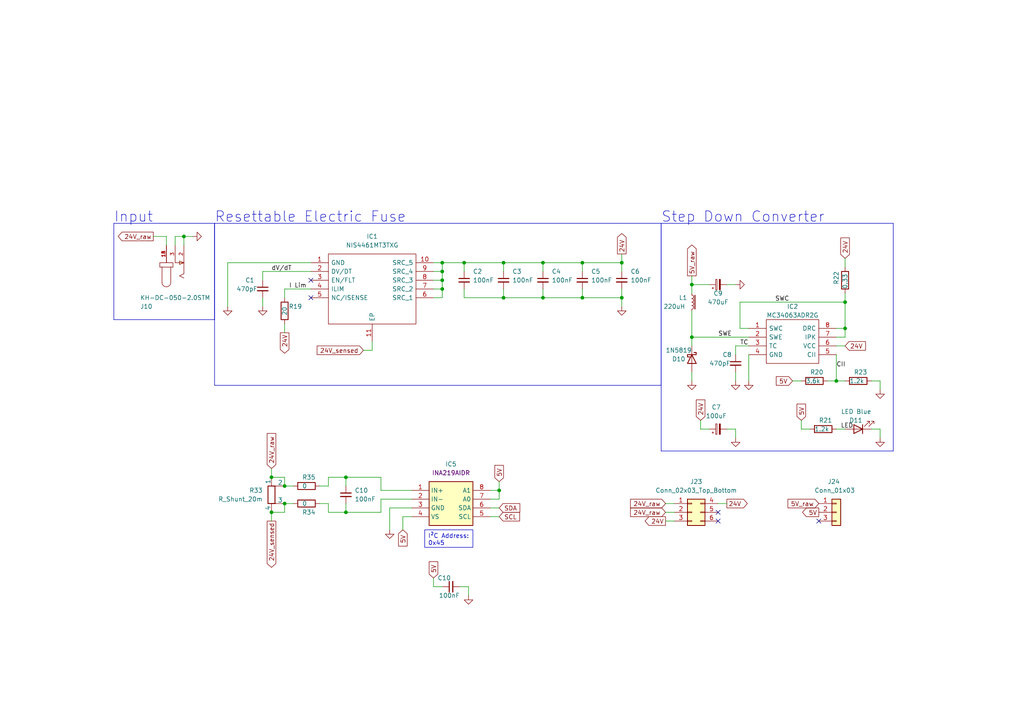
<source format=kicad_sch>
(kicad_sch (version 20230121) (generator eeschema)
  (paper "A4")
  (title_block (title "Plant Watering") (date "2022-08-29") (rev "1") (company "All in one device for plant irrigation") (comment 1 "Reading moisture, processing data, including weather, switching of solenoid valves") (comment 2 "5 A peak current, max. 1 s") (comment 3 "24 V input voltage"))
  (lib_symbols
    (symbol "Connector_Generic:Conn_01x03" (pin_names (offset 1.016) hide)
      (property "Reference" "J" (at 0 5.08 0))
      (property "Value" "Conn_01x03" (at 0 -5.08 0))
      (symbol "Conn_01x03_1_1"
        (rectangle (start -1.27 -2.413) (end 0 -2.667) (stroke (width 0.1524)))
        (rectangle (start -1.27 0.127) (end 0 -0.127) (stroke (width 0.1524)))
        (rectangle (start -1.27 2.667) (end 0 2.413) (stroke (width 0.1524)))
        (rectangle (start -1.27 3.81) (end 1.27 -3.81) (stroke (width 0.254)) (fill (type background)))
        (pin passive line (at -5.08 2.54 0) (length 3.81) (name "Pin_1") (number "1"))
        (pin passive line (at -5.08 0 0) (length 3.81) (name "Pin_2") (number "2"))
        (pin passive line (at -5.08 -2.54 0) (length 3.81) (name "Pin_3") (number "3"))
      )
    )
    (symbol "Connector_Generic:Conn_02x03_Top_Bottom" (pin_names (offset 1.016) hide)
      (property "Reference" "J" (at 1.27 5.08 0))
      (property "Value" "Conn_02x03_Top_Bottom" (at 1.27 -5.08 0))
      (symbol "Conn_02x03_Top_Bottom_1_1"
        (rectangle (start -1.27 -2.413) (end 0 -2.667) (stroke (width 0.1524)))
        (rectangle (start -1.27 0.127) (end 0 -0.127) (stroke (width 0.1524)))
        (rectangle (start -1.27 2.667) (end 0 2.413) (stroke (width 0.1524)))
        (rectangle (start -1.27 3.81) (end 3.81 -3.81) (stroke (width 0.254)) (fill (type background)))
        (rectangle (start 3.81 -2.413) (end 2.54 -2.667) (stroke (width 0.1524)))
        (rectangle (start 3.81 0.127) (end 2.54 -0.127) (stroke (width 0.1524)))
        (rectangle (start 3.81 2.667) (end 2.54 2.413) (stroke (width 0.1524)))
        (pin passive line (at -5.08 2.54 0) (length 3.81) (name "Pin_1") (number "1"))
        (pin passive line (at -5.08 0 0) (length 3.81) (name "Pin_2") (number "2"))
        (pin passive line (at -5.08 -2.54 0) (length 3.81) (name "Pin_3") (number "3"))
        (pin passive line (at 7.62 2.54 180) (length 3.81) (name "Pin_4") (number "4"))
        (pin passive line (at 7.62 0 180) (length 3.81) (name "Pin_5") (number "5"))
        (pin passive line (at 7.62 -2.54 180) (length 3.81) (name "Pin_6") (number "6"))
      )
    )
    (symbol "Device:C_Polarized_Small" (pin_numbers hide) (pin_names (offset 0.254) hide)
      (property "Reference" "C" (at 0.254 1.778 0))
      (property "Value" "C_Polarized_Small" (at 0.254 -2.032 0))
      (symbol "C_Polarized_Small_0_1"
        (rectangle (start -1.524 -0.3048) (end 1.524 -0.6858) (fill (type outline)))
        (rectangle (start -1.524 0.6858) (end 1.524 0.3048))
        (polyline (pts (xy -1.27 1.524) (xy -0.762 1.524)))
        (polyline (pts (xy -1.016 1.27) (xy -1.016 1.778)))
      )
      (symbol "C_Polarized_Small_1_1"
        (pin passive line (at 0 2.54 270) (length 1.8542) (name "~") (number "1"))
        (pin passive line (at 0 -2.54 90) (length 1.8542) (name "~") (number "2"))
      )
    )
    (symbol "Device:C_Small" (pin_numbers hide) (pin_names (offset 0.254) hide)
      (property "Reference" "C" (at 0.254 1.778 0))
      (property "Value" "C_Small" (at 0.254 -2.032 0))
      (symbol "C_Small_0_1"
        (polyline (pts (xy -1.524 -0.508) (xy 1.524 -0.508)) (stroke (width 0.3302)))
        (polyline (pts (xy -1.524 0.508) (xy 1.524 0.508)) (stroke (width 0.3048)))
      )
      (symbol "C_Small_1_1"
        (pin passive line (at 0 2.54 270) (length 2.032) (name "~") (number "1"))
        (pin passive line (at 0 -2.54 90) (length 2.032) (name "~") (number "2"))
      )
    )
    (symbol "Device:D_Schottky" (pin_numbers hide) (pin_names (offset 1.016) hide)
      (property "Reference" "D" (at 0 2.54 0))
      (property "Value" "D_Schottky" (at 0 -2.54 0))
      (symbol "D_Schottky_0_1"
        (polyline (pts (xy 1.27 0) (xy -1.27 0)))
        (polyline (pts (xy 1.27 1.27) (xy 1.27 -1.27) (xy -1.27 0) (xy 1.27 1.27)) (stroke (width 0.254)))
        (polyline (pts (xy -1.905 0.635) (xy -1.905 1.27) (xy -1.27 1.27) (xy -1.27 -1.27) (xy -0.635 -1.27) (xy -0.635 -0.635)) (stroke (width 0.254)))
      )
      (symbol "D_Schottky_1_1"
        (pin passive line (at -3.81 0 0) (length 2.54) (name "K") (number "1"))
        (pin passive line (at 3.81 0 180) (length 2.54) (name "A") (number "2"))
      )
    )
    (symbol "Device:LED" (pin_numbers hide) (pin_names (offset 1.016) hide)
      (property "Reference" "D" (at 0 2.54 0))
      (property "Value" "LED" (at 0 -2.54 0))
      (symbol "LED_0_1"
        (polyline (pts (xy -1.27 -1.27) (xy -1.27 1.27)) (stroke (width 0.254)))
        (polyline (pts (xy -1.27 0) (xy 1.27 0)))
        (polyline (pts (xy 1.27 -1.27) (xy 1.27 1.27) (xy -1.27 0) (xy 1.27 -1.27)) (stroke (width 0.254)))
        (polyline (pts (xy -3.048 -0.762) (xy -4.572 -2.286) (xy -3.81 -2.286) (xy -4.572 -2.286) (xy -4.572 -1.524)))
        (polyline (pts (xy -1.778 -0.762) (xy -3.302 -2.286) (xy -2.54 -2.286) (xy -3.302 -2.286) (xy -3.302 -1.524)))
      )
      (symbol "LED_1_1"
        (pin passive line (at -3.81 0 0) (length 2.54) (name "K") (number "1"))
        (pin passive line (at 3.81 0 180) (length 2.54) (name "A") (number "2"))
      )
    )
    (symbol "Device:L_Iron_Small" (pin_numbers hide) (pin_names (offset 0.254) hide)
      (property "Reference" "L" (at 1.27 1.016 0))
      (property "Value" "L_Iron_Small" (at 1.27 -1.27 0))
      (symbol "L_Iron_Small_0_1"
        (arc (start 0 -2.032) (mid 0.5058 -1.524) (end 0 -1.016))
        (arc (start 0 -1.016) (mid 0.5058 -0.508) (end 0 0))
        (polyline (pts (xy 0.762 2.032) (xy 0.762 -2.032)))
        (polyline (pts (xy 1.016 -2.032) (xy 1.016 2.032)))
        (arc (start 0 0) (mid 0.5058 0.508) (end 0 1.016))
        (arc (start 0 1.016) (mid 0.5058 1.524) (end 0 2.032))
      )
      (symbol "L_Iron_Small_1_1"
        (pin passive line (at 0 2.54 270) (length 0.508) (name "~") (number "1"))
        (pin passive line (at 0 -2.54 90) (length 0.508) (name "~") (number "2"))
      )
    )
    (symbol "Device:R" (pin_numbers hide) (pin_names (offset 0))
      (property "Reference" "R" (at 2.032 0 90))
      (property "Value" "R" (at 0 0 90))
      (symbol "R_0_1"
        (rectangle (start -1.016 -2.54) (end 1.016 2.54) (stroke (width 0.254)))
      )
      (symbol "R_1_1"
        (pin passive line (at 0 3.81 270) (length 1.27) (name "~") (number "1"))
        (pin passive line (at 0 -3.81 90) (length 1.27) (name "~") (number "2"))
      )
    )
    (symbol "Device:R_Shunt" (pin_numbers hide) (pin_names (offset 0))
      (property "Reference" "R" (at -4.445 0 90))
      (property "Value" "R_Shunt" (at -2.54 0 90))
      (symbol "R_Shunt_0_1"
        (rectangle (start -1.016 -2.54) (end 1.016 2.54) (stroke (width 0.254)))
        (polyline (pts (xy 0 -2.54) (xy 1.27 -2.54)))
        (polyline (pts (xy 1.27 2.54) (xy 0 2.54)))
      )
      (symbol "R_Shunt_1_1"
        (pin passive line (at 0 5.08 270) (length 2.54) (name "1") (number "1"))
        (pin passive line (at 3.81 2.54 180) (length 2.54) (name "2") (number "2"))
        (pin passive line (at 3.81 -2.54 180) (length 2.54) (name "3") (number "3"))
        (pin passive line (at 0 -5.08 90) (length 2.54) (name "4") (number "4"))
      )
    )
    (symbol "PJ-002BH-SMT-TR:PJ-002BH-SMT-TR" (pin_names (offset 1.016) hide)
      (property "Reference" "J" (at -7.62 5.08 0))
      (property "Value" "PJ-002BH-SMT-TR" (at -7.62 -5.08 0))
      (symbol "PJ-002BH-SMT-TR_0_0"
        (arc (start -5.715 3.81) (mid -6.9795 2.54) (end -5.715 1.27) (stroke (width 0.1524)))
        (polyline (pts (xy -5.715 3.81) (xy -1.27 3.81)) (stroke (width 0.1524)))
        (polyline (pts (xy -3.81 -1.27) (xy -4.445 -2.54)) (stroke (width 0.1524)))
        (polyline (pts (xy -3.175 -2.54) (xy -3.81 -1.27)) (stroke (width 0.1524)))
        (polyline (pts (xy -1.27 0.635) (xy 0 0.635)) (stroke (width 0.1524)))
        (polyline (pts (xy -1.27 1.27) (xy -5.715 1.27)) (stroke (width 0.1524)))
        (polyline (pts (xy -1.27 1.27) (xy -1.27 0.635)) (stroke (width 0.1524)))
        (polyline (pts (xy -1.27 3.81) (xy -1.27 1.27)) (stroke (width 0.1524)))
        (polyline (pts (xy -1.27 4.445) (xy -1.27 3.81)) (stroke (width 0.1524)))
        (polyline (pts (xy 0 -2.54) (xy -3.175 -2.54)) (stroke (width 0.1524)))
        (polyline (pts (xy 0 0) (xy 0 -2.54)) (stroke (width 0.1524)))
        (polyline (pts (xy 0 0.635) (xy 0 4.445)) (stroke (width 0.1524)))
        (polyline (pts (xy 0 4.445) (xy -1.27 4.445)) (stroke (width 0.1524)))
        (polyline (pts (xy 0 -2.54) (xy -0.508 -1.27) (xy 0.508 -1.27) (xy 0 -2.54)) (stroke (width 0.1524)) (fill (type background)))
        (pin passive line (at 5.08 2.54 180) (length 5.08) (name "~") (number "1A"))
        (pin passive line (at 5.08 2.54 180) (length 5.08) (name "~") (number "1B"))
        (pin passive line (at 5.08 -2.54 180) (length 5.08) (name "~") (number "2"))
        (pin passive line (at 5.08 0 180) (length 5.08) (name "~") (number "3"))
      )
    )
    (symbol "SamacSys_Parts:INA219AIDR"
      (property "Reference" "IC" (at -11.43 3.81 0))
      (property "Value" "INA219AIDR" (at 0 8.89 0))
      (property "Reference_1" "IC" (at -5.08 -7.62 0))
      (property "Value_1" "INA219AIDR" (at -5.08 -10.16 0))
      (symbol "INA219AIDR_1_1"
        (rectangle (start -6.35 6.35) (end 6.35 -6.35) (stroke (width 0.254)) (fill (type background)))
        (pin passive line (at -11.43 3.81 0) (length 5.08) (name "IN+") (number "1"))
        (pin passive line (at -11.43 1.27 0) (length 5.08) (name "IN-") (number "2"))
        (pin passive line (at -11.43 -1.27 0) (length 5.08) (name "GND") (number "3"))
        (pin passive line (at -11.43 -3.81 0) (length 5.08) (name "VS") (number "4"))
        (pin passive line (at 11.43 -3.81 180) (length 5.08) (name "SCL") (number "5"))
        (pin passive line (at 11.43 -1.27 180) (length 5.08) (name "SDA") (number "6"))
        (pin passive line (at 11.43 1.27 180) (length 5.08) (name "A0") (number "7"))
        (pin passive line (at 11.43 3.81 180) (length 5.08) (name "A1") (number "8"))
      )
    )
    (symbol "SamacSys_Parts:MC34063ACD-TR" (pin_names (offset 0.762))
      (property "Reference" "IC" (at 21.59 7.62 0))
      (property "Value" "MC34063ACD-TR" (at 21.59 5.08 0))
      (symbol "MC34063ACD-TR_0_0"
        (pin passive line (at 0 0 0) (length 5.08) (name "SWC") (number "1"))
        (pin passive line (at 0 -2.54 0) (length 5.08) (name "SWE") (number "2"))
        (pin passive line (at 0 -5.08 0) (length 5.08) (name "TC") (number "3"))
        (pin passive line (at 0 -7.62 0) (length 5.08) (name "GND") (number "4"))
        (pin passive line (at 25.4 -7.62 180) (length 5.08) (name "CII") (number "5"))
        (pin passive line (at 25.4 -5.08 180) (length 5.08) (name "VCC") (number "6"))
        (pin passive line (at 25.4 -2.54 180) (length 5.08) (name "IPK") (number "7"))
        (pin passive line (at 25.4 0 180) (length 5.08) (name "DRC") (number "8"))
      )
      (symbol "MC34063ACD-TR_0_1"
        (polyline (pts (xy 5.08 2.54) (xy 20.32 2.54) (xy 20.32 -10.16) (xy 5.08 -10.16) (xy 5.08 2.54)) (stroke (width 0.1524)))
      )
    )
    (symbol "SamacSys_Parts:NIS4461MT3TXG" (pin_names (offset 0.762))
      (property "Reference" "IC" (at 31.75 7.62 0))
      (property "Value" "NIS4461MT3TXG" (at 31.75 5.08 0))
      (symbol "NIS4461MT3TXG_0_0"
        (pin passive line (at 0 0 0) (length 5.08) (name "GND") (number "1"))
        (pin passive line (at 35.56 0 180) (length 5.08) (name "SRC_5") (number "10"))
        (pin passive line (at 17.78 -22.86 90) (length 5.08) (name "EP") (number "11"))
        (pin passive line (at 0 -2.54 0) (length 5.08) (name "DV/DT") (number "2"))
        (pin passive line (at 0 -5.08 0) (length 5.08) (name "EN/FLT") (number "3"))
        (pin passive line (at 0 -7.62 0) (length 5.08) (name "ILIM") (number "4"))
        (pin passive line (at 0 -10.16 0) (length 5.08) (name "NC/ISENSE") (number "5"))
        (pin passive line (at 35.56 -10.16 180) (length 5.08) (name "SRC_1") (number "6"))
        (pin passive line (at 35.56 -7.62 180) (length 5.08) (name "SRC_2") (number "7"))
        (pin passive line (at 35.56 -5.08 180) (length 5.08) (name "SRC_3") (number "8"))
        (pin passive line (at 35.56 -2.54 180) (length 5.08) (name "SRC_4") (number "9"))
      )
      (symbol "NIS4461MT3TXG_0_1"
        (polyline (pts (xy 5.08 2.54) (xy 30.48 2.54) (xy 30.48 -17.78) (xy 5.08 -17.78) (xy 5.08 2.54)) (stroke (width 0.1524)))
      )
    )
    (symbol "power:GND" (power) (pin_names (offset 0))
      (property "Value" "GND" (at 0 -3.81 0))
      (symbol "GND_0_1"
        (polyline (pts (xy 0 0) (xy 0 -1.27) (xy 1.27 -1.27) (xy 0 -2.54) (xy -1.27 -1.27) (xy 0 -1.27)))
      )
      (symbol "GND_1_1"
        (pin power_in line (at 0 0 270) (length 0) hide (name "GND") (number "1"))
      )
    )
  )
  (junction (at 180.34 86.36))
  (junction (at 82.55 146.05))
  (junction (at 157.48 76.2))
  (junction (at 53.34 68.58))
  (junction (at 78.74 148.59))
  (junction (at 128.27 81.28))
  (junction (at 180.34 76.2))
  (junction (at 82.55 140.97))
  (junction (at 168.91 76.2))
  (junction (at 128.27 76.2))
  (junction (at 157.48 86.36))
  (junction (at 100.33 138.43))
  (junction (at 128.27 78.74))
  (junction (at 200.66 82.55))
  (junction (at 144.78 142.24))
  (junction (at 134.62 76.2))
  (junction (at 128.27 83.82))
  (junction (at 242.57 110.49))
  (junction (at 245.11 95.25))
  (junction (at 146.05 86.36))
  (junction (at 146.05 76.2))
  (junction (at 78.74 138.43))
  (junction (at 168.91 86.36))
  (junction (at 200.66 97.79))
  (junction (at 100.33 148.59))
  (junction (at 245.11 87.63))
  (no_connect (at 208.28 148.59))
  (no_connect (at 90.17 86.36))
  (no_connect (at 90.17 81.28))
  (no_connect (at 208.28 151.13))
  (no_connect (at 237.49 151.13))
  (wire (pts (xy 242.57 110.49) (xy 240.03 110.49)))
  (wire (pts (xy 203.2 124.46) (xy 205.74 124.46)))
  (wire (pts (xy 53.34 71.12) (xy 53.34 68.58)))
  (wire (pts (xy 255.27 124.46) (xy 255.27 127)))
  (wire (pts (xy 76.2 86.36) (xy 76.2 88.9)))
  (wire (pts (xy 53.34 68.58) (xy 55.88 68.58)))
  (wire (pts (xy 180.34 86.36) (xy 180.34 88.9)))
  (wire (pts (xy 128.27 76.2) (xy 134.62 76.2)))
  (wire (pts (xy 200.66 107.95) (xy 200.66 110.49)))
  (wire (pts (xy 180.34 76.2) (xy 180.34 78.74)))
  (polyline (pts (xy 33.02 64.77) (xy 33.02 92.71)))
  (polyline (pts (xy 191.77 64.77) (xy 191.77 130.81)))
  (wire (pts (xy 146.05 83.82) (xy 146.05 86.36)))
  (wire (pts (xy 78.74 148.59) (xy 78.74 151.13)))
  (wire (pts (xy 92.71 146.05) (xy 95.25 146.05)))
  (wire (pts (xy 116.84 149.86) (xy 119.38 149.86)))
  (polyline (pts (xy 62.23 64.77) (xy 62.23 111.76)))
  (wire (pts (xy 110.49 138.43) (xy 110.49 142.24)))
  (wire (pts (xy 134.62 83.82) (xy 134.62 86.36)))
  (wire (pts (xy 95.25 146.05) (xy 95.25 148.59)))
  (wire (pts (xy 44.45 68.58) (xy 48.26 68.58)))
  (wire (pts (xy 66.04 76.2) (xy 90.17 76.2)))
  (wire (pts (xy 125.73 170.18) (xy 128.27 170.18)))
  (wire (pts (xy 213.36 100.33) (xy 213.36 102.87)))
  (polyline (pts (xy 259.08 64.77) (xy 191.77 64.77)))
  (wire (pts (xy 125.73 167.64) (xy 125.73 170.18)))
  (wire (pts (xy 144.78 139.7) (xy 144.78 142.24)))
  (wire (pts (xy 85.09 146.05) (xy 82.55 146.05)))
  (wire (pts (xy 205.74 82.55) (xy 200.66 82.55)))
  (wire (pts (xy 180.34 73.66) (xy 180.34 76.2)))
  (wire (pts (xy 146.05 76.2) (xy 157.48 76.2)))
  (wire (pts (xy 210.82 82.55) (xy 213.36 82.55)))
  (wire (pts (xy 76.2 78.74) (xy 76.2 81.28)))
  (wire (pts (xy 125.73 81.28) (xy 128.27 81.28)))
  (wire (pts (xy 50.8 71.12) (xy 50.8 68.58)))
  (wire (pts (xy 193.04 146.05) (xy 195.58 146.05)))
  (wire (pts (xy 113.03 147.32) (xy 119.38 147.32)))
  (wire (pts (xy 95.25 140.97) (xy 95.25 138.43)))
  (wire (pts (xy 157.48 83.82) (xy 157.48 86.36)))
  (wire (pts (xy 85.09 140.97) (xy 82.55 140.97)))
  (wire (pts (xy 95.25 138.43) (xy 100.33 138.43)))
  (wire (pts (xy 252.73 124.46) (xy 255.27 124.46)))
  (wire (pts (xy 232.41 124.46) (xy 234.95 124.46)))
  (wire (pts (xy 229.87 110.49) (xy 232.41 110.49)))
  (wire (pts (xy 100.33 138.43) (xy 110.49 138.43)))
  (wire (pts (xy 245.11 95.25) (xy 245.11 97.79)))
  (wire (pts (xy 144.78 147.32) (xy 142.24 147.32)))
  (wire (pts (xy 82.55 83.82) (xy 82.55 86.36)))
  (wire (pts (xy 128.27 81.28) (xy 128.27 83.82)))
  (wire (pts (xy 245.11 95.25) (xy 242.57 95.25)))
  (wire (pts (xy 213.36 127) (xy 213.36 124.46)))
  (wire (pts (xy 110.49 144.78) (xy 119.38 144.78)))
  (wire (pts (xy 110.49 142.24) (xy 119.38 142.24)))
  (wire (pts (xy 200.66 90.17) (xy 200.66 97.79)))
  (wire (pts (xy 125.73 76.2) (xy 128.27 76.2)))
  (wire (pts (xy 146.05 76.2) (xy 146.05 78.74)))
  (polyline (pts (xy 33.02 64.77) (xy 62.23 64.77)))
  (wire (pts (xy 232.41 121.92) (xy 232.41 124.46)))
  (wire (pts (xy 144.78 144.78) (xy 142.24 144.78)))
  (wire (pts (xy 134.62 76.2) (xy 134.62 78.74)))
  (wire (pts (xy 107.95 101.6) (xy 107.95 99.06)))
  (wire (pts (xy 252.73 110.49) (xy 255.27 110.49)))
  (wire (pts (xy 242.57 124.46) (xy 245.11 124.46)))
  (wire (pts (xy 242.57 102.87) (xy 242.57 110.49)))
  (wire (pts (xy 245.11 87.63) (xy 245.11 95.25)))
  (wire (pts (xy 245.11 74.93) (xy 245.11 77.47)))
  (wire (pts (xy 214.63 87.63) (xy 245.11 87.63)))
  (wire (pts (xy 90.17 78.74) (xy 76.2 78.74)))
  (wire (pts (xy 157.48 76.2) (xy 157.48 78.74)))
  (polyline (pts (xy 62.23 64.77) (xy 191.77 64.77)))
  (wire (pts (xy 217.17 102.87) (xy 217.17 110.49)))
  (wire (pts (xy 242.57 110.49) (xy 245.11 110.49)))
  (wire (pts (xy 125.73 83.82) (xy 128.27 83.82)))
  (wire (pts (xy 82.55 148.59) (xy 78.74 148.59)))
  (wire (pts (xy 193.04 151.13) (xy 195.58 151.13)))
  (wire (pts (xy 168.91 76.2) (xy 168.91 78.74)))
  (wire (pts (xy 200.66 82.55) (xy 200.66 85.09)))
  (wire (pts (xy 110.49 148.59) (xy 110.49 144.78)))
  (wire (pts (xy 128.27 78.74) (xy 128.27 81.28)))
  (wire (pts (xy 217.17 100.33) (xy 213.36 100.33)))
  (wire (pts (xy 125.73 86.36) (xy 128.27 86.36)))
  (polyline (pts (xy 259.08 130.81) (xy 259.08 64.77)))
  (wire (pts (xy 200.66 100.33) (xy 200.66 97.79)))
  (wire (pts (xy 134.62 86.36) (xy 146.05 86.36)))
  (wire (pts (xy 133.35 170.18) (xy 135.89 170.18)))
  (wire (pts (xy 168.91 83.82) (xy 168.91 86.36)))
  (wire (pts (xy 100.33 138.43) (xy 100.33 140.97)))
  (wire (pts (xy 66.04 76.2) (xy 66.04 88.9)))
  (wire (pts (xy 135.89 170.18) (xy 135.89 172.72)))
  (wire (pts (xy 125.73 78.74) (xy 128.27 78.74)))
  (polyline (pts (xy 191.77 130.81) (xy 259.08 130.81)))
  (polyline (pts (xy 191.77 111.76) (xy 191.77 64.77)))
  (wire (pts (xy 90.17 83.82) (xy 82.55 83.82)))
  (wire (pts (xy 146.05 86.36) (xy 157.48 86.36)))
  (wire (pts (xy 157.48 86.36) (xy 168.91 86.36)))
  (wire (pts (xy 100.33 148.59) (xy 110.49 148.59)))
  (wire (pts (xy 116.84 149.86) (xy 116.84 153.67)))
  (wire (pts (xy 105.41 101.6) (xy 107.95 101.6)))
  (polyline (pts (xy 33.02 92.71) (xy 62.23 92.71)))
  (wire (pts (xy 180.34 86.36) (xy 180.34 83.82)))
  (wire (pts (xy 48.26 68.58) (xy 48.26 71.12)))
  (wire (pts (xy 157.48 76.2) (xy 168.91 76.2)))
  (wire (pts (xy 82.55 93.98) (xy 82.55 96.52)))
  (wire (pts (xy 210.82 146.05) (xy 208.28 146.05)))
  (wire (pts (xy 128.27 83.82) (xy 128.27 86.36)))
  (wire (pts (xy 213.36 124.46) (xy 210.82 124.46)))
  (wire (pts (xy 144.78 149.86) (xy 142.24 149.86)))
  (wire (pts (xy 193.04 148.59) (xy 195.58 148.59)))
  (wire (pts (xy 78.74 138.43) (xy 82.55 138.43)))
  (wire (pts (xy 255.27 110.49) (xy 255.27 113.03)))
  (wire (pts (xy 214.63 95.25) (xy 214.63 87.63)))
  (polyline (pts (xy 62.23 111.76) (xy 191.77 111.76)))
  (wire (pts (xy 200.66 97.79) (xy 217.17 97.79)))
  (wire (pts (xy 113.03 153.67) (xy 113.03 147.32)))
  (wire (pts (xy 168.91 86.36) (xy 180.34 86.36)))
  (wire (pts (xy 217.17 95.25) (xy 214.63 95.25)))
  (wire (pts (xy 95.25 148.59) (xy 100.33 148.59)))
  (wire (pts (xy 100.33 146.05) (xy 100.33 148.59)))
  (wire (pts (xy 92.71 140.97) (xy 95.25 140.97)))
  (wire (pts (xy 78.74 135.89) (xy 78.74 138.43)))
  (polyline (pts (xy 62.23 92.71) (xy 62.23 64.77)))
  (wire (pts (xy 128.27 76.2) (xy 128.27 78.74)))
  (wire (pts (xy 200.66 82.55) (xy 200.66 80.01)))
  (wire (pts (xy 168.91 76.2) (xy 180.34 76.2)))
  (wire (pts (xy 144.78 142.24) (xy 144.78 144.78)))
  (wire (pts (xy 203.2 121.92) (xy 203.2 124.46)))
  (wire (pts (xy 242.57 100.33) (xy 245.11 100.33)))
  (wire (pts (xy 242.57 97.79) (xy 245.11 97.79)))
  (wire (pts (xy 142.24 142.24) (xy 144.78 142.24)))
  (wire (pts (xy 82.55 138.43) (xy 82.55 140.97)))
  (wire (pts (xy 213.36 107.95) (xy 213.36 110.49)))
  (wire (pts (xy 245.11 87.63) (xy 245.11 85.09)))
  (wire (pts (xy 82.55 146.05) (xy 82.55 148.59)))
  (wire (pts (xy 134.62 76.2) (xy 146.05 76.2)))
  (wire (pts (xy 50.8 68.58) (xy 53.34 68.58)))
  (text_box "I²C Address:\n0x45" (at 123.19 153.67 0) (size 13.97 5.08) (effects (font (size 1.27 1.27)) (justify left top)))
  (text "Input" (at 33.02 64.77 0) (effects (font (size 3 3)) (justify left bottom)))
  (text "Resettable Electric Fuse" (at 62.23 64.77 0) (effects (font (size 3 3)) (justify left bottom)))
  (text "Step Down Converter" (at 191.77 64.77 0) (effects (font (size 3 3)) (justify left bottom)))
  (label "dV{slash}dT" (at 78.74 78.74 0))
  (label "SWE" (at 208.28 97.79 0))
  (label "SWC" (at 224.79 87.63 0))
  (label "LED" (at 243.84 124.46 0))
  (label "TC" (at 214.63 100.33 0))
  (label "I Lim" (at 83.82 83.82 0))
  (label "CII" (at 242.57 106.68 0))
  (global_label "24V" (shape output) (at 82.55 96.52 270) (property "Intersheetrefs" "${INTERSHEET_REFS}" (effects hide)))
  (global_label "24V" (shape input) (at 245.11 100.33 0) (property "Intersheetrefs" "${INTERSHEET_REFS}" (effects hide)))
  (global_label "24V_raw" (shape output) (at 44.45 68.58 180) (property "Intersheetrefs" "${INTERSHEET_REFS}" (effects hide)))
  (global_label "5V" (shape input) (at 116.84 153.67 270) (property "Intersheetrefs" "${INTERSHEET_REFS}" (effects hide)))
  (global_label "5V_raw" (shape input) (at 237.49 146.05 180) (property "Intersheetrefs" "${INTERSHEET_REFS}" (effects hide)))
  (global_label "24V_raw" (shape input) (at 193.04 148.59 180) (property "Intersheetrefs" "${INTERSHEET_REFS}" (effects hide)))
  (global_label "24V" (shape output) (at 193.04 151.13 180) (property "Intersheetrefs" "${INTERSHEET_REFS}" (effects hide)))
  (global_label "24V" (shape output) (at 210.82 146.05 0) (property "Intersheetrefs" "${INTERSHEET_REFS}" (effects hide)))
  (global_label "24V_sensed" (shape output) (at 78.74 151.13 270) (property "Intersheetrefs" "${INTERSHEET_REFS}" (effects hide)))
  (global_label "5V" (shape output) (at 237.49 148.59 180) (property "Intersheetrefs" "${INTERSHEET_REFS}" (effects hide)))
  (global_label "24V" (shape input) (at 203.2 121.92 90) (property "Intersheetrefs" "${INTERSHEET_REFS}" (effects hide)))
  (global_label "5V" (shape input) (at 125.73 167.64 90) (property "Intersheetrefs" "${INTERSHEET_REFS}" (effects hide)))
  (global_label "5V" (shape input) (at 229.87 110.49 180) (property "Intersheetrefs" "${INTERSHEET_REFS}" (effects hide)))
  (global_label "24V_raw" (shape input) (at 193.04 146.05 180) (property "Intersheetrefs" "${INTERSHEET_REFS}" (effects hide)))
  (global_label "24V" (shape output) (at 180.34 73.66 90) (property "Intersheetrefs" "${INTERSHEET_REFS}" (effects hide)))
  (global_label "5V" (shape input) (at 232.41 121.92 90) (property "Intersheetrefs" "${INTERSHEET_REFS}" (effects hide)))
  (global_label "SCL" (shape input) (at 144.78 149.86 0) (property "Intersheetrefs" "${INTERSHEET_REFS}" (effects hide)))
  (global_label "5V_raw" (shape output) (at 200.66 80.01 90) (property "Intersheetrefs" "${INTERSHEET_REFS}" (effects hide)))
  (global_label "SDA" (shape input) (at 144.78 147.32 0) (property "Intersheetrefs" "${INTERSHEET_REFS}" (effects hide)))
  (global_label "24V_raw" (shape input) (at 78.74 135.89 90) (property "Intersheetrefs" "${INTERSHEET_REFS}" (effects hide)))
  (global_label "24V_sensed" (shape input) (at 105.41 101.6 180) (property "Intersheetrefs" "${INTERSHEET_REFS}" (effects hide)))
  (global_label "5V" (shape input) (at 144.78 139.7 90) (property "Intersheetrefs" "${INTERSHEET_REFS}" (effects hide)))
  (global_label "24V" (shape input) (at 245.11 74.93 90) (property "Intersheetrefs" "${INTERSHEET_REFS}" (effects hide)))
  (symbol (lib_id "power:GND") (at 213.36 82.55 90) (unit 1)
    (property "Reference" "#PWR07" (effects hide))
    (property "Value" "GND" (effects hide))
  )
  (symbol (lib_id "Device:D_Schottky") (at 200.66 104.14 270) (unit 1)
    (property "Reference" "D10" (at 196.85 104.14 90))
    (property "Value" "1N5819" (at 196.85 101.6 90))
    (property "Footprint" "Diode_SMD:D_SMA" (effects hide))
    (property "LCSC" "C437199" (effects hide))
  )
  (symbol (lib_id "Device:C_Small") (at 168.91 81.28 0) (unit 1)
    (property "Reference" "C5" (at 171.45 78.74 0) (effects (justify left)))
    (property "Value" "100nF" (at 171.45 81.28 0) (effects (justify left)))
    (property "Footprint" "Capacitor_SMD:C_0603_1608Metric" (effects hide))
    (property "LCSC" "C14663" (effects hide))
  )
  (symbol (lib_id "Connector_Generic:Conn_02x03_Top_Bottom") (at 200.66 148.59 0) (unit 1) (in_bom no) (on_board no)
    (property "Reference" "J23" (at 201.93 139.7 0))
    (property "Value" "Conn_02x03_Top_Bottom" (at 201.93 142.24 0))
    (property "Footprint" "Connector_PinHeader_2.54mm:PinHeader_2x03_P2.54mm_Vertical" (effects hide))
  )
  (symbol (lib_id "power:GND") (at 66.04 88.9 0) (unit 1)
    (property "Reference" "#PWR021" (effects hide))
    (property "Value" "GND" (effects hide))
  )
  (symbol (lib_id "Device:C_Small") (at 76.2 83.82 0) (unit 1)
    (property "Reference" "C1" (at 71.12 81.28 0) (effects (justify left)))
    (property "Value" "470pF" (at 68.58 83.82 0) (effects (justify left)))
    (property "Footprint" "Capacitor_SMD:C_0603_1608Metric" (effects hide))
    (property "LCSC" "C1620" (effects hide))
  )
  (symbol (lib_id "power:GND") (at 217.17 110.49 0) (unit 1)
    (property "Reference" "#PWR030" (effects hide))
    (property "Value" "GND" (effects hide))
  )
  (symbol (lib_id "power:GND") (at 255.27 127 0) (unit 1)
    (property "Reference" "#PWR033" (effects hide))
    (property "Value" "GND" (effects hide))
  )
  (symbol (lib_id "Device:L_Iron_Small") (at 200.66 87.63 0) (unit 1)
    (property "Reference" "L1" (at 198.12 86.36 0))
    (property "Value" "220uH" (at 195.58 88.9 0))
    (property "Footprint" "PersonalLibrary:L_12x12mm_H8mm_3D" (effects hide))
    (property "LCSC" "C394104" (effects hide))
  )
  (symbol (lib_id "SamacSys_Parts:NIS4461MT3TXG") (at 90.17 76.2 0) (unit 1)
    (property "Reference" "IC1" (at 107.95 68.58 0))
    (property "Value" "NIS4461MT3TXG" (at 107.95 71.12 0))
    (property "Footprint" "SON50P300X300X80-11N" (effects hide))
    (property "Datasheet" "https://componentsearchengine.com/Datasheets/2/NIS4461MT3TXG.pdf" (effects hide))
    (property "Description" "ONSEMI - NIS4461MT3TXG - Electronic Fuse, 9 V to 24 V, Fan & Hard Drives/Industrial/Handheld Devices, WDFN-EP, 10Pin" (effects hide))
    (property "Height" "0.8" (effects hide))
    (property "Mouser Part Number" "863-NIS4461MT3TXG" (effects hide))
    (property "Mouser Price/Stock" "https://www.mouser.co.uk/ProductDetail/onsemi/NIS4461MT3TXG?qs=HBWAp0VN4RizfjDFuOVp3w%3D%3D" (effects hide))
    (property "Manufacturer_Name" "onsemi" (effects hide))
    (property "Manufacturer_Part_Number" "NIS4461MT3TXG" (effects hide))
  )
  (symbol (lib_id "Device:LED") (at 248.92 124.46 180) (unit 1)
    (property "Reference" "D11" (at 250.19 121.92 0) (effects (justify left)))
    (property "Value" "LED Blue" (at 252.73 119.38 0) (effects (justify left)))
    (property "Footprint" "LED_SMD:LED_0603_1608Metric" (effects hide))
    (property "LCSC" "C72041" (effects hide))
  )
  (symbol (lib_id "Device:C_Small") (at 157.48 81.28 0) (unit 1)
    (property "Reference" "C4" (at 160.02 78.74 0) (effects (justify left)))
    (property "Value" "100nF" (at 160.02 81.28 0) (effects (justify left)))
    (property "Footprint" "Capacitor_SMD:C_0603_1608Metric" (effects hide))
    (property "LCSC" "C14663" (effects hide))
  )
  (symbol (lib_id "power:GND") (at 55.88 68.58 90) (unit 1)
    (property "Reference" "#PWR020" (effects hide))
    (property "Value" "GND" (effects hide))
  )
  (symbol (lib_id "Connector_Generic:Conn_01x03") (at 242.57 148.59 0) (unit 1)
    (property "Reference" "J24" (at 240.03 139.7 0) (effects (justify left)))
    (property "Value" "Conn_01x03" (at 236.22 142.24 0) (effects (justify left)))
    (property "Footprint" "Connector_PinHeader_2.54mm:PinHeader_1x03_P2.54mm_Vertical" (effects hide))
  )
  (symbol (lib_id "power:GND") (at 213.36 127 0) (unit 1)
    (property "Reference" "#PWR029" (effects hide))
    (property "Value" "GND" (effects hide))
  )
  (symbol (lib_id "Device:R") (at 245.11 81.28 0) (unit 1)
    (property "Reference" "R22" (at 242.57 82.55 90) (effects (justify left)))
    (property "Value" "0.33" (at 245.11 83.82 90) (effects (justify left)))
    (property "Footprint" "Resistor_SMD:R_0805_2012Metric" (effects hide))
    (property "LCSC" "C491232" (effects hide))
  )
  (symbol (lib_id "SamacSys_Parts:INA219AIDR") (at 130.81 146.05 0) (unit 1)
    (property "Reference" "IC5" (at 130.81 134.62 0))
    (property "Value" "INA219AIDR" (at 130.81 137.16 0))
    (property "Footprint" "SamacSys_Parts:SOIC127P600X175-8N" (effects hide))
    (property "Reference_1" "IC" (effects hide))
    (property "Value_1" "INA219AIDR" (at 130.81 137.16 0))
    (property "Footprint_1" "SOIC127P600X175-8N" (effects hide))
    (property "Datasheet_1" "http://componentsearchengine.com/Datasheets/1/TL082IDT.pdf" (effects hide))
    (property "Height" "1.75" (effects hide))
    (property "Manufacturer_Name" "STMicroelectronics" (effects hide))
    (property "Manufacturer_Part_Number" "TL082IDT" (effects hide))
    (property "Mouser Part Number" "511-TL082IDT" (effects hide))
    (property "Mouser Price/Stock" "https://www.mouser.co.uk/ProductDetail/STMicroelectronics/TL082IDT?qs=aIrX06PSG5cjvhfXyBDm9A%3D%3D" (effects hide))
    (property "Arrow Part Number" "TL082IDT" (effects hide))
    (property "Arrow Price/Stock" "https://www.arrow.com/en/products/tl082idt/stmicroelectronics" (effects hide))
  )
  (symbol (lib_id "power:GND") (at 76.2 88.9 0) (unit 1)
    (property "Reference" "#PWR022" (effects hide))
    (property "Value" "GND" (effects hide))
  )
  (symbol (lib_id "Device:C_Polarized_Small") (at 208.28 82.55 90) (unit 1)
    (property "Reference" "C9" (at 208.28 85.09 90))
    (property "Value" "470uF" (at 208.28 87.63 90))
    (property "Footprint" "Capacitor_SMD:CP_Elec_10x10.5" (effects hide))
    (property "LCSC" "C129479" (effects hide))
  )
  (symbol (lib_id "Device:R") (at 236.22 110.49 270) (unit 1)
    (property "Reference" "R20" (at 234.95 107.95 90) (effects (justify left)))
    (property "Value" "3.6k" (at 233.68 110.49 90) (effects (justify left)))
    (property "Footprint" "Resistor_SMD:R_0805_2012Metric" (effects hide))
    (property "LCSC" "C18359" (effects hide))
  )
  (symbol (lib_id "Device:R_Shunt") (at 78.74 143.51 0) (unit 1)
    (property "Reference" "R33" (at 76.2 142.24 0) (effects (justify right)))
    (property "Value" "R_Shunt_20m" (at 76.2 144.78 0) (effects (justify right)))
    (property "Footprint" "Resistor_SMD:R_1206_3216Metric" (effects hide))
  )
  (symbol (lib_id "Device:R") (at 82.55 90.17 180) (unit 1)
    (property "Reference" "R19" (at 87.63 88.9 0) (effects (justify left)))
    (property "Value" "20" (at 82.55 88.9 90) (effects (justify left)))
    (property "Footprint" "Resistor_SMD:R_0603_1608Metric" (effects hide))
    (property "LCSC" "C22775" (effects hide))
  )
  (symbol (lib_id "power:GND") (at 255.27 113.03 0) (unit 1)
    (property "Reference" "#PWR032" (effects hide))
    (property "Value" "GND" (effects hide))
  )
  (symbol (lib_id "Device:C_Polarized_Small") (at 208.28 124.46 90) (unit 1)
    (property "Reference" "C7" (at 207.7339 118.11 90))
    (property "Value" "100uF" (at 207.7339 120.65 90))
    (property "Footprint" "Capacitor_SMD:CP_Elec_6.3x7.7" (effects hide))
    (property "LCSC" "C3001220" (effects hide))
  )
  (symbol (lib_id "Device:C_Small") (at 130.81 170.18 90) (unit 1)
    (property "Reference" "C10" (at 130.81 167.64 90) (effects (justify left)))
    (property "Value" "100nF" (at 133.35 172.72 90) (effects (justify left)))
    (property "Footprint" "Capacitor_SMD:C_0805_2012Metric" (effects hide))
    (property "LCSC" "C49678" (effects hide))
    (instances (project "PCB_Layout_MOSFET" (path "" (reference "C10") (unit 1)) (path "" (reference "C14") (unit 1))))
  )
  (symbol (lib_id "Device:C_Small") (at 213.36 105.41 0) (unit 1)
    (property "Reference" "C8" (at 209.55 102.87 0) (effects (justify left)))
    (property "Value" "470pF" (at 205.74 105.41 0) (effects (justify left)))
    (property "Footprint" "Capacitor_SMD:C_0805_2012Metric" (effects hide))
    (property "LCSC" "C1743" (effects hide))
  )
  (symbol (lib_id "Device:C_Small") (at 134.62 81.28 0) (unit 1)
    (property "Reference" "C2" (at 137.16 78.74 0) (effects (justify left)))
    (property "Value" "100nF" (at 137.16 81.28 0) (effects (justify left)))
    (property "Footprint" "Capacitor_SMD:C_0603_1608Metric" (effects hide))
    (property "LCSC" "C14663" (effects hide))
  )
  (symbol (lib_id "power:GND") (at 200.66 110.49 0) (unit 1)
    (property "Reference" "#PWR025" (effects hide))
    (property "Value" "GND" (effects hide))
  )
  (symbol (lib_id "Device:C_Small") (at 180.34 81.28 0) (unit 1)
    (property "Reference" "C6" (at 182.88 78.74 0) (effects (justify left)))
    (property "Value" "100nF" (at 182.88 81.28 0) (effects (justify left)))
    (property "Footprint" "Capacitor_SMD:C_0603_1608Metric" (effects hide))
    (property "LCSC" "C14663" (effects hide))
  )
  (symbol (lib_id "Device:C_Small") (at 100.33 143.51 0) (unit 1)
    (property "Reference" "C10" (at 102.87 142.24 0) (effects (justify left)))
    (property "Value" "100nF" (at 102.87 144.78 0) (effects (justify left)))
    (property "Footprint" "Capacitor_SMD:C_0805_2012Metric" (effects hide))
    (property "LCSC" "C49678" (effects hide))
    (instances (project "PCB_Layout_MOSFET" (path "" (reference "C10") (unit 1)) (path "" (reference "C12") (unit 1))))
  )
  (symbol (lib_id "power:GND") (at 180.34 88.9 0) (unit 1)
    (property "Reference" "#PWR023" (effects hide))
    (property "Value" "GND" (effects hide))
  )
  (symbol (lib_id "PJ-002BH-SMT-TR:PJ-002BH-SMT-TR") (at 50.8 76.2 90) (unit 1)
    (property "Reference" "J10" (at 40.64 88.9 90) (effects (justify right)))
    (property "Value" "KH-DC-050-2.0STM" (at 40.64 86.36 90) (effects (justify right)))
    (property "Footprint" "PersonalLibrary:CUI_PJ-002BH-SMT-TR" (effects hide))
    (property "Datasheet" "https://datasheet.lcsc.com/lcsc/2108072330_Shenzhen-Kinghelm-Elec-KH-DC-050-2-0STM_C2847201.pdf" (effects hide))
    (property "STANDARD" "Manufacturer recommendations" (effects hide))
    (property "MANUFACTURER" "Shenzhen Kinghelm Elec Shenzhen Kinghelm Elec" (effects hide))
    (property "LCSC" "C2847201" (effects hide))
  )
  (symbol (lib_id "Device:R") (at 88.9 140.97 270) (unit 1)
    (property "Reference" "R35" (at 87.63 138.43 90) (effects (justify left)))
    (property "Value" "0" (at 87.63 140.97 90) (effects (justify left)))
    (property "Footprint" "Resistor_SMD:R_0805_2012Metric" (effects hide))
    (property "LCSC" " C2902860" (effects hide))
  )
  (symbol (lib_id "SamacSys_Parts:MC34063ACD-TR") (at 217.17 95.25 0) (unit 1)
    (property "Reference" "IC2" (at 229.87 88.9 0))
    (property "Value" "MC34063ADR2G" (at 229.87 91.44 0))
    (property "Footprint" "SamacSys_Parts:SOIC127P600X175-8N" (effects hide))
    (property "Description" "MC34063ADR2G" (effects hide))
    (property "Height" "1.75" (effects hide))
    (property "LCSC" "C32078" (effects hide))
  )
  (symbol (lib_id "Device:R") (at 248.92 110.49 270) (unit 1)
    (property "Reference" "R23" (at 247.65 107.95 90) (effects (justify left)))
    (property "Value" "1.2k" (at 246.38 110.49 90) (effects (justify left)))
    (property "Footprint" "Resistor_SMD:R_0805_2012Metric" (effects hide))
    (property "LCSC" "C17379" (effects hide))
  )
  (symbol (lib_id "power:GND") (at 135.89 172.72 0) (unit 1)
    (property "Reference" "#PWR05" (effects hide))
    (property "Value" "GND" (effects hide))
  )
  (symbol (lib_id "power:GND") (at 113.03 153.67 0) (unit 1)
    (property "Reference" "#PWR050" (effects hide))
    (property "Value" "GND" (effects hide))
  )
  (symbol (lib_id "Device:C_Small") (at 146.05 81.28 0) (unit 1)
    (property "Reference" "C3" (at 148.59 78.74 0) (effects (justify left)))
    (property "Value" "100nF" (at 148.59 81.28 0) (effects (justify left)))
    (property "Footprint" "Capacitor_SMD:C_0603_1608Metric" (effects hide))
    (property "LCSC" "C14663" (effects hide))
  )
  (symbol (lib_id "power:GND") (at 213.36 110.49 0) (unit 1)
    (property "Reference" "#PWR028" (effects hide))
    (property "Value" "GND" (effects hide))
  )
  (symbol (lib_id "Device:R") (at 88.9 146.05 270) (unit 1)
    (property "Reference" "R34" (at 87.63 148.59 90) (effects (justify left)))
    (property "Value" "0" (at 87.63 146.05 90) (effects (justify left)))
    (property "Footprint" "Resistor_SMD:R_0805_2012Metric" (effects hide))
    (property "LCSC" "C2902860" (effects hide))
  )
  (symbol (lib_id "Device:R") (at 238.76 124.46 270) (unit 1)
    (property "Reference" "R21" (at 237.49 121.92 90) (effects (justify left)))
    (property "Value" "1.2k" (at 236.22 124.46 90) (effects (justify left)))
    (property "Footprint" "Resistor_SMD:R_0805_2012Metric" (effects hide))
    (property "LCSC" "C17379" (effects hide))
  )
)
</source>
